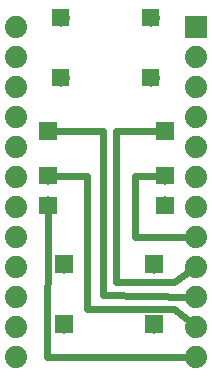
<source format=gtl>
G04 MADE WITH FRITZING*
G04 WWW.FRITZING.ORG*
G04 DOUBLE SIDED*
G04 HOLES PLATED*
G04 CONTOUR ON CENTER OF CONTOUR VECTOR*
%ASAXBY*%
%FSLAX23Y23*%
%MOIN*%
%OFA0B0*%
%SFA1.0B1.0*%
%ADD10C,0.074000*%
%ADD11C,0.059370*%
%ADD12R,0.074000X0.074000*%
%ADD13C,0.024000*%
%ADD14R,0.001000X0.001000*%
%LNCOPPER1*%
G90*
G70*
G54D10*
X63Y1165D03*
X63Y1065D03*
X63Y965D03*
X63Y865D03*
X63Y765D03*
X63Y665D03*
X63Y565D03*
X63Y465D03*
X63Y365D03*
X63Y265D03*
X63Y165D03*
X63Y65D03*
X663Y65D03*
X663Y165D03*
X663Y265D03*
X663Y365D03*
X663Y465D03*
X663Y565D03*
X663Y665D03*
X663Y765D03*
X663Y865D03*
X663Y965D03*
X663Y1065D03*
X663Y1165D03*
X63Y1165D03*
X63Y1065D03*
X63Y965D03*
X63Y865D03*
X63Y765D03*
X63Y665D03*
X63Y565D03*
X63Y465D03*
X63Y365D03*
X63Y265D03*
X63Y165D03*
X63Y65D03*
X663Y65D03*
X663Y165D03*
X663Y265D03*
X663Y365D03*
X663Y465D03*
X663Y565D03*
X663Y665D03*
X663Y765D03*
X663Y865D03*
X663Y965D03*
X663Y1065D03*
X663Y1165D03*
G54D11*
X211Y1195D03*
X511Y1195D03*
X211Y995D03*
X511Y995D03*
X211Y1195D03*
X511Y1195D03*
X211Y995D03*
X511Y995D03*
X222Y373D03*
X522Y373D03*
X222Y173D03*
X522Y173D03*
X222Y373D03*
X522Y373D03*
X222Y173D03*
X522Y173D03*
X169Y570D03*
X169Y669D03*
X169Y819D03*
X558Y819D03*
X558Y669D03*
X558Y570D03*
G54D12*
X663Y1165D03*
X663Y1165D03*
G54D13*
X459Y465D02*
X459Y669D01*
D02*
X459Y669D02*
X535Y669D01*
D02*
X643Y465D02*
X459Y465D01*
D02*
X397Y316D02*
X397Y819D01*
D02*
X397Y819D02*
X535Y819D01*
D02*
X647Y354D02*
X590Y316D01*
D02*
X590Y316D02*
X397Y316D01*
D02*
X352Y272D02*
X352Y819D01*
D02*
X352Y819D02*
X192Y819D01*
D02*
X643Y265D02*
X352Y272D01*
D02*
X300Y669D02*
X192Y669D01*
D02*
X300Y225D02*
X300Y669D01*
D02*
X648Y177D02*
X589Y225D01*
D02*
X589Y225D02*
X300Y225D01*
D02*
X167Y65D02*
X169Y546D01*
D02*
X643Y65D02*
X167Y65D01*
G54D14*
X182Y1225D02*
X240Y1225D01*
X482Y1225D02*
X540Y1225D01*
X182Y1224D02*
X240Y1224D01*
X482Y1224D02*
X540Y1224D01*
X182Y1223D02*
X240Y1223D01*
X482Y1223D02*
X540Y1223D01*
X182Y1222D02*
X240Y1222D01*
X482Y1222D02*
X540Y1222D01*
X182Y1221D02*
X240Y1221D01*
X482Y1221D02*
X540Y1221D01*
X182Y1220D02*
X240Y1220D01*
X482Y1220D02*
X540Y1220D01*
X182Y1219D02*
X240Y1219D01*
X482Y1219D02*
X540Y1219D01*
X182Y1218D02*
X240Y1218D01*
X482Y1218D02*
X540Y1218D01*
X182Y1217D02*
X240Y1217D01*
X482Y1217D02*
X540Y1217D01*
X182Y1216D02*
X240Y1216D01*
X482Y1216D02*
X540Y1216D01*
X182Y1215D02*
X207Y1215D01*
X216Y1215D02*
X240Y1215D01*
X482Y1215D02*
X507Y1215D01*
X516Y1215D02*
X540Y1215D01*
X182Y1214D02*
X203Y1214D01*
X219Y1214D02*
X240Y1214D01*
X482Y1214D02*
X503Y1214D01*
X519Y1214D02*
X540Y1214D01*
X182Y1213D02*
X201Y1213D01*
X221Y1213D02*
X240Y1213D01*
X482Y1213D02*
X501Y1213D01*
X521Y1213D02*
X540Y1213D01*
X182Y1212D02*
X200Y1212D01*
X223Y1212D02*
X240Y1212D01*
X482Y1212D02*
X500Y1212D01*
X523Y1212D02*
X540Y1212D01*
X182Y1211D02*
X198Y1211D01*
X224Y1211D02*
X240Y1211D01*
X482Y1211D02*
X498Y1211D01*
X524Y1211D02*
X540Y1211D01*
X182Y1210D02*
X197Y1210D01*
X225Y1210D02*
X240Y1210D01*
X482Y1210D02*
X497Y1210D01*
X525Y1210D02*
X540Y1210D01*
X182Y1209D02*
X196Y1209D01*
X226Y1209D02*
X240Y1209D01*
X482Y1209D02*
X496Y1209D01*
X526Y1209D02*
X540Y1209D01*
X182Y1208D02*
X195Y1208D01*
X227Y1208D02*
X240Y1208D01*
X482Y1208D02*
X495Y1208D01*
X527Y1208D02*
X540Y1208D01*
X182Y1207D02*
X195Y1207D01*
X228Y1207D02*
X240Y1207D01*
X482Y1207D02*
X495Y1207D01*
X528Y1207D02*
X540Y1207D01*
X182Y1206D02*
X194Y1206D01*
X228Y1206D02*
X240Y1206D01*
X482Y1206D02*
X494Y1206D01*
X528Y1206D02*
X540Y1206D01*
X182Y1205D02*
X193Y1205D01*
X229Y1205D02*
X240Y1205D01*
X482Y1205D02*
X493Y1205D01*
X529Y1205D02*
X540Y1205D01*
X182Y1204D02*
X193Y1204D01*
X230Y1204D02*
X240Y1204D01*
X482Y1204D02*
X493Y1204D01*
X529Y1204D02*
X540Y1204D01*
X182Y1203D02*
X192Y1203D01*
X230Y1203D02*
X240Y1203D01*
X482Y1203D02*
X492Y1203D01*
X530Y1203D02*
X540Y1203D01*
X182Y1202D02*
X192Y1202D01*
X230Y1202D02*
X240Y1202D01*
X482Y1202D02*
X492Y1202D01*
X530Y1202D02*
X540Y1202D01*
X182Y1201D02*
X192Y1201D01*
X231Y1201D02*
X240Y1201D01*
X482Y1201D02*
X492Y1201D01*
X531Y1201D02*
X540Y1201D01*
X182Y1200D02*
X192Y1200D01*
X231Y1200D02*
X240Y1200D01*
X482Y1200D02*
X491Y1200D01*
X531Y1200D02*
X540Y1200D01*
X182Y1199D02*
X191Y1199D01*
X231Y1199D02*
X240Y1199D01*
X482Y1199D02*
X491Y1199D01*
X531Y1199D02*
X540Y1199D01*
X182Y1198D02*
X191Y1198D01*
X231Y1198D02*
X240Y1198D01*
X482Y1198D02*
X491Y1198D01*
X531Y1198D02*
X540Y1198D01*
X182Y1197D02*
X191Y1197D01*
X231Y1197D02*
X240Y1197D01*
X482Y1197D02*
X491Y1197D01*
X531Y1197D02*
X540Y1197D01*
X182Y1196D02*
X191Y1196D01*
X231Y1196D02*
X240Y1196D01*
X482Y1196D02*
X491Y1196D01*
X531Y1196D02*
X540Y1196D01*
X182Y1195D02*
X191Y1195D01*
X231Y1195D02*
X240Y1195D01*
X482Y1195D02*
X491Y1195D01*
X531Y1195D02*
X540Y1195D01*
X182Y1194D02*
X191Y1194D01*
X231Y1194D02*
X240Y1194D01*
X482Y1194D02*
X491Y1194D01*
X531Y1194D02*
X540Y1194D01*
X182Y1193D02*
X191Y1193D01*
X231Y1193D02*
X240Y1193D01*
X482Y1193D02*
X491Y1193D01*
X531Y1193D02*
X540Y1193D01*
X182Y1192D02*
X191Y1192D01*
X231Y1192D02*
X240Y1192D01*
X482Y1192D02*
X491Y1192D01*
X531Y1192D02*
X540Y1192D01*
X182Y1191D02*
X192Y1191D01*
X231Y1191D02*
X240Y1191D01*
X482Y1191D02*
X492Y1191D01*
X531Y1191D02*
X540Y1191D01*
X182Y1190D02*
X192Y1190D01*
X230Y1190D02*
X240Y1190D01*
X482Y1190D02*
X492Y1190D01*
X530Y1190D02*
X540Y1190D01*
X182Y1189D02*
X192Y1189D01*
X230Y1189D02*
X240Y1189D01*
X482Y1189D02*
X492Y1189D01*
X530Y1189D02*
X540Y1189D01*
X182Y1188D02*
X193Y1188D01*
X230Y1188D02*
X240Y1188D01*
X482Y1188D02*
X493Y1188D01*
X530Y1188D02*
X540Y1188D01*
X182Y1187D02*
X193Y1187D01*
X229Y1187D02*
X240Y1187D01*
X482Y1187D02*
X493Y1187D01*
X529Y1187D02*
X540Y1187D01*
X182Y1186D02*
X194Y1186D01*
X229Y1186D02*
X240Y1186D01*
X482Y1186D02*
X494Y1186D01*
X529Y1186D02*
X540Y1186D01*
X182Y1185D02*
X194Y1185D01*
X228Y1185D02*
X240Y1185D01*
X482Y1185D02*
X494Y1185D01*
X528Y1185D02*
X540Y1185D01*
X182Y1184D02*
X195Y1184D01*
X227Y1184D02*
X240Y1184D01*
X482Y1184D02*
X495Y1184D01*
X527Y1184D02*
X540Y1184D01*
X182Y1183D02*
X196Y1183D01*
X227Y1183D02*
X240Y1183D01*
X482Y1183D02*
X496Y1183D01*
X527Y1183D02*
X540Y1183D01*
X182Y1182D02*
X197Y1182D01*
X226Y1182D02*
X240Y1182D01*
X482Y1182D02*
X497Y1182D01*
X526Y1182D02*
X540Y1182D01*
X182Y1181D02*
X198Y1181D01*
X225Y1181D02*
X240Y1181D01*
X482Y1181D02*
X498Y1181D01*
X525Y1181D02*
X540Y1181D01*
X182Y1180D02*
X199Y1180D01*
X223Y1180D02*
X240Y1180D01*
X482Y1180D02*
X499Y1180D01*
X523Y1180D02*
X540Y1180D01*
X182Y1179D02*
X201Y1179D01*
X222Y1179D02*
X240Y1179D01*
X482Y1179D02*
X500Y1179D01*
X522Y1179D02*
X540Y1179D01*
X182Y1178D02*
X202Y1178D01*
X220Y1178D02*
X240Y1178D01*
X482Y1178D02*
X502Y1178D01*
X520Y1178D02*
X540Y1178D01*
X182Y1177D02*
X205Y1177D01*
X217Y1177D02*
X240Y1177D01*
X482Y1177D02*
X505Y1177D01*
X517Y1177D02*
X540Y1177D01*
X182Y1176D02*
X240Y1176D01*
X482Y1176D02*
X540Y1176D01*
X182Y1175D02*
X240Y1175D01*
X482Y1175D02*
X540Y1175D01*
X182Y1174D02*
X240Y1174D01*
X482Y1174D02*
X540Y1174D01*
X182Y1173D02*
X240Y1173D01*
X482Y1173D02*
X540Y1173D01*
X182Y1172D02*
X240Y1172D01*
X482Y1172D02*
X540Y1172D01*
X182Y1171D02*
X240Y1171D01*
X482Y1171D02*
X540Y1171D01*
X182Y1170D02*
X240Y1170D01*
X482Y1170D02*
X540Y1170D01*
X182Y1169D02*
X240Y1169D01*
X482Y1169D02*
X540Y1169D01*
X182Y1168D02*
X240Y1168D01*
X482Y1168D02*
X540Y1168D01*
X182Y1167D02*
X240Y1167D01*
X482Y1167D02*
X540Y1167D01*
X182Y1025D02*
X240Y1025D01*
X482Y1025D02*
X540Y1025D01*
X182Y1024D02*
X240Y1024D01*
X482Y1024D02*
X540Y1024D01*
X182Y1023D02*
X240Y1023D01*
X482Y1023D02*
X540Y1023D01*
X182Y1022D02*
X240Y1022D01*
X482Y1022D02*
X540Y1022D01*
X182Y1021D02*
X240Y1021D01*
X482Y1021D02*
X540Y1021D01*
X182Y1020D02*
X240Y1020D01*
X482Y1020D02*
X540Y1020D01*
X182Y1019D02*
X240Y1019D01*
X482Y1019D02*
X540Y1019D01*
X182Y1018D02*
X240Y1018D01*
X482Y1018D02*
X540Y1018D01*
X182Y1017D02*
X240Y1017D01*
X482Y1017D02*
X540Y1017D01*
X182Y1016D02*
X240Y1016D01*
X482Y1016D02*
X540Y1016D01*
X182Y1015D02*
X207Y1015D01*
X216Y1015D02*
X240Y1015D01*
X482Y1015D02*
X507Y1015D01*
X516Y1015D02*
X540Y1015D01*
X182Y1014D02*
X203Y1014D01*
X219Y1014D02*
X240Y1014D01*
X482Y1014D02*
X503Y1014D01*
X519Y1014D02*
X540Y1014D01*
X182Y1013D02*
X201Y1013D01*
X221Y1013D02*
X240Y1013D01*
X482Y1013D02*
X501Y1013D01*
X521Y1013D02*
X540Y1013D01*
X182Y1012D02*
X200Y1012D01*
X223Y1012D02*
X240Y1012D01*
X482Y1012D02*
X500Y1012D01*
X523Y1012D02*
X540Y1012D01*
X182Y1011D02*
X198Y1011D01*
X224Y1011D02*
X240Y1011D01*
X482Y1011D02*
X498Y1011D01*
X524Y1011D02*
X540Y1011D01*
X182Y1010D02*
X197Y1010D01*
X225Y1010D02*
X240Y1010D01*
X482Y1010D02*
X497Y1010D01*
X525Y1010D02*
X540Y1010D01*
X182Y1009D02*
X196Y1009D01*
X226Y1009D02*
X240Y1009D01*
X482Y1009D02*
X496Y1009D01*
X526Y1009D02*
X540Y1009D01*
X182Y1008D02*
X195Y1008D01*
X227Y1008D02*
X240Y1008D01*
X482Y1008D02*
X495Y1008D01*
X527Y1008D02*
X540Y1008D01*
X182Y1007D02*
X195Y1007D01*
X228Y1007D02*
X240Y1007D01*
X482Y1007D02*
X495Y1007D01*
X528Y1007D02*
X540Y1007D01*
X182Y1006D02*
X194Y1006D01*
X228Y1006D02*
X240Y1006D01*
X482Y1006D02*
X494Y1006D01*
X528Y1006D02*
X540Y1006D01*
X182Y1005D02*
X193Y1005D01*
X229Y1005D02*
X240Y1005D01*
X482Y1005D02*
X493Y1005D01*
X529Y1005D02*
X540Y1005D01*
X182Y1004D02*
X193Y1004D01*
X230Y1004D02*
X240Y1004D01*
X482Y1004D02*
X493Y1004D01*
X529Y1004D02*
X540Y1004D01*
X182Y1003D02*
X192Y1003D01*
X230Y1003D02*
X240Y1003D01*
X482Y1003D02*
X492Y1003D01*
X530Y1003D02*
X540Y1003D01*
X182Y1002D02*
X192Y1002D01*
X230Y1002D02*
X240Y1002D01*
X482Y1002D02*
X492Y1002D01*
X530Y1002D02*
X540Y1002D01*
X182Y1001D02*
X192Y1001D01*
X231Y1001D02*
X240Y1001D01*
X482Y1001D02*
X492Y1001D01*
X531Y1001D02*
X540Y1001D01*
X182Y1000D02*
X192Y1000D01*
X231Y1000D02*
X240Y1000D01*
X482Y1000D02*
X491Y1000D01*
X531Y1000D02*
X540Y1000D01*
X182Y999D02*
X191Y999D01*
X231Y999D02*
X240Y999D01*
X482Y999D02*
X491Y999D01*
X531Y999D02*
X540Y999D01*
X182Y998D02*
X191Y998D01*
X231Y998D02*
X240Y998D01*
X482Y998D02*
X491Y998D01*
X531Y998D02*
X540Y998D01*
X182Y997D02*
X191Y997D01*
X231Y997D02*
X240Y997D01*
X482Y997D02*
X491Y997D01*
X531Y997D02*
X540Y997D01*
X182Y996D02*
X191Y996D01*
X231Y996D02*
X240Y996D01*
X482Y996D02*
X491Y996D01*
X531Y996D02*
X540Y996D01*
X182Y995D02*
X191Y995D01*
X231Y995D02*
X240Y995D01*
X482Y995D02*
X491Y995D01*
X531Y995D02*
X540Y995D01*
X182Y994D02*
X191Y994D01*
X231Y994D02*
X240Y994D01*
X482Y994D02*
X491Y994D01*
X531Y994D02*
X540Y994D01*
X182Y993D02*
X191Y993D01*
X231Y993D02*
X240Y993D01*
X482Y993D02*
X491Y993D01*
X531Y993D02*
X540Y993D01*
X182Y992D02*
X191Y992D01*
X231Y992D02*
X240Y992D01*
X482Y992D02*
X491Y992D01*
X531Y992D02*
X540Y992D01*
X182Y991D02*
X192Y991D01*
X231Y991D02*
X240Y991D01*
X482Y991D02*
X492Y991D01*
X531Y991D02*
X540Y991D01*
X182Y990D02*
X192Y990D01*
X230Y990D02*
X240Y990D01*
X482Y990D02*
X492Y990D01*
X530Y990D02*
X540Y990D01*
X182Y989D02*
X192Y989D01*
X230Y989D02*
X240Y989D01*
X482Y989D02*
X492Y989D01*
X530Y989D02*
X540Y989D01*
X182Y988D02*
X193Y988D01*
X230Y988D02*
X240Y988D01*
X482Y988D02*
X493Y988D01*
X530Y988D02*
X540Y988D01*
X182Y987D02*
X193Y987D01*
X229Y987D02*
X240Y987D01*
X482Y987D02*
X493Y987D01*
X529Y987D02*
X540Y987D01*
X182Y986D02*
X194Y986D01*
X229Y986D02*
X240Y986D01*
X482Y986D02*
X494Y986D01*
X529Y986D02*
X540Y986D01*
X182Y985D02*
X194Y985D01*
X228Y985D02*
X240Y985D01*
X482Y985D02*
X494Y985D01*
X528Y985D02*
X540Y985D01*
X182Y984D02*
X195Y984D01*
X227Y984D02*
X240Y984D01*
X482Y984D02*
X495Y984D01*
X527Y984D02*
X540Y984D01*
X182Y983D02*
X196Y983D01*
X227Y983D02*
X240Y983D01*
X482Y983D02*
X496Y983D01*
X527Y983D02*
X540Y983D01*
X182Y982D02*
X197Y982D01*
X226Y982D02*
X240Y982D01*
X482Y982D02*
X497Y982D01*
X526Y982D02*
X540Y982D01*
X182Y981D02*
X198Y981D01*
X225Y981D02*
X240Y981D01*
X482Y981D02*
X498Y981D01*
X525Y981D02*
X540Y981D01*
X182Y980D02*
X199Y980D01*
X223Y980D02*
X240Y980D01*
X482Y980D02*
X499Y980D01*
X523Y980D02*
X540Y980D01*
X182Y979D02*
X201Y979D01*
X222Y979D02*
X240Y979D01*
X482Y979D02*
X500Y979D01*
X522Y979D02*
X540Y979D01*
X182Y978D02*
X202Y978D01*
X220Y978D02*
X240Y978D01*
X482Y978D02*
X502Y978D01*
X520Y978D02*
X540Y978D01*
X182Y977D02*
X205Y977D01*
X217Y977D02*
X240Y977D01*
X482Y977D02*
X505Y977D01*
X517Y977D02*
X540Y977D01*
X182Y976D02*
X240Y976D01*
X482Y976D02*
X540Y976D01*
X182Y975D02*
X240Y975D01*
X482Y975D02*
X540Y975D01*
X182Y974D02*
X240Y974D01*
X482Y974D02*
X540Y974D01*
X182Y973D02*
X240Y973D01*
X482Y973D02*
X540Y973D01*
X182Y972D02*
X240Y972D01*
X482Y972D02*
X540Y972D01*
X182Y971D02*
X240Y971D01*
X482Y971D02*
X540Y971D01*
X182Y970D02*
X240Y970D01*
X482Y970D02*
X540Y970D01*
X182Y969D02*
X240Y969D01*
X482Y969D02*
X540Y969D01*
X182Y968D02*
X240Y968D01*
X482Y968D02*
X540Y968D01*
X182Y967D02*
X240Y967D01*
X482Y967D02*
X540Y967D01*
X140Y849D02*
X198Y849D01*
X530Y849D02*
X588Y849D01*
X140Y848D02*
X198Y848D01*
X529Y848D02*
X588Y848D01*
X140Y847D02*
X198Y847D01*
X529Y847D02*
X588Y847D01*
X140Y846D02*
X198Y846D01*
X529Y846D02*
X588Y846D01*
X140Y845D02*
X198Y845D01*
X529Y845D02*
X588Y845D01*
X140Y844D02*
X198Y844D01*
X529Y844D02*
X588Y844D01*
X140Y843D02*
X198Y843D01*
X529Y843D02*
X588Y843D01*
X140Y842D02*
X198Y842D01*
X529Y842D02*
X588Y842D01*
X140Y841D02*
X198Y841D01*
X529Y841D02*
X588Y841D01*
X140Y840D02*
X198Y840D01*
X529Y840D02*
X588Y840D01*
X140Y839D02*
X167Y839D01*
X171Y839D02*
X198Y839D01*
X529Y839D02*
X556Y839D01*
X561Y839D02*
X588Y839D01*
X140Y838D02*
X162Y838D01*
X176Y838D02*
X198Y838D01*
X529Y838D02*
X552Y838D01*
X566Y838D02*
X588Y838D01*
X140Y837D02*
X160Y837D01*
X178Y837D02*
X198Y837D01*
X529Y837D02*
X549Y837D01*
X568Y837D02*
X588Y837D01*
X140Y836D02*
X158Y836D01*
X180Y836D02*
X198Y836D01*
X529Y836D02*
X548Y836D01*
X570Y836D02*
X588Y836D01*
X140Y835D02*
X157Y835D01*
X182Y835D02*
X198Y835D01*
X529Y835D02*
X546Y835D01*
X571Y835D02*
X588Y835D01*
X140Y834D02*
X155Y834D01*
X183Y834D02*
X198Y834D01*
X529Y834D02*
X545Y834D01*
X572Y834D02*
X588Y834D01*
X140Y833D02*
X154Y833D01*
X184Y833D02*
X198Y833D01*
X529Y833D02*
X544Y833D01*
X573Y833D02*
X588Y833D01*
X140Y832D02*
X153Y832D01*
X185Y832D02*
X198Y832D01*
X529Y832D02*
X543Y832D01*
X574Y832D02*
X588Y832D01*
X140Y831D02*
X153Y831D01*
X185Y831D02*
X198Y831D01*
X529Y831D02*
X542Y831D01*
X575Y831D02*
X588Y831D01*
X140Y830D02*
X152Y830D01*
X186Y830D02*
X198Y830D01*
X529Y830D02*
X542Y830D01*
X576Y830D02*
X588Y830D01*
X140Y829D02*
X151Y829D01*
X187Y829D02*
X198Y829D01*
X529Y829D02*
X541Y829D01*
X576Y829D02*
X588Y829D01*
X140Y828D02*
X151Y828D01*
X187Y828D02*
X198Y828D01*
X529Y828D02*
X540Y828D01*
X577Y828D02*
X588Y828D01*
X140Y827D02*
X150Y827D01*
X188Y827D02*
X198Y827D01*
X529Y827D02*
X540Y827D01*
X577Y827D02*
X588Y827D01*
X140Y826D02*
X150Y826D01*
X188Y826D02*
X198Y826D01*
X529Y826D02*
X540Y826D01*
X578Y826D02*
X588Y826D01*
X140Y825D02*
X150Y825D01*
X188Y825D02*
X198Y825D01*
X529Y825D02*
X539Y825D01*
X578Y825D02*
X588Y825D01*
X140Y824D02*
X149Y824D01*
X189Y824D02*
X198Y824D01*
X529Y824D02*
X539Y824D01*
X578Y824D02*
X588Y824D01*
X140Y823D02*
X149Y823D01*
X189Y823D02*
X198Y823D01*
X529Y823D02*
X539Y823D01*
X578Y823D02*
X588Y823D01*
X140Y822D02*
X149Y822D01*
X189Y822D02*
X198Y822D01*
X529Y822D02*
X539Y822D01*
X579Y822D02*
X588Y822D01*
X140Y821D02*
X149Y821D01*
X189Y821D02*
X198Y821D01*
X529Y821D02*
X539Y821D01*
X579Y821D02*
X588Y821D01*
X140Y820D02*
X149Y820D01*
X189Y820D02*
X198Y820D01*
X529Y820D02*
X539Y820D01*
X579Y820D02*
X588Y820D01*
X140Y819D02*
X149Y819D01*
X189Y819D02*
X198Y819D01*
X529Y819D02*
X539Y819D01*
X579Y819D02*
X588Y819D01*
X140Y818D02*
X149Y818D01*
X189Y818D02*
X198Y818D01*
X529Y818D02*
X539Y818D01*
X579Y818D02*
X588Y818D01*
X140Y817D02*
X149Y817D01*
X189Y817D02*
X198Y817D01*
X529Y817D02*
X539Y817D01*
X579Y817D02*
X588Y817D01*
X140Y816D02*
X149Y816D01*
X189Y816D02*
X198Y816D01*
X529Y816D02*
X539Y816D01*
X578Y816D02*
X588Y816D01*
X140Y815D02*
X149Y815D01*
X189Y815D02*
X198Y815D01*
X529Y815D02*
X539Y815D01*
X578Y815D02*
X588Y815D01*
X140Y814D02*
X150Y814D01*
X188Y814D02*
X198Y814D01*
X529Y814D02*
X539Y814D01*
X578Y814D02*
X588Y814D01*
X140Y813D02*
X150Y813D01*
X188Y813D02*
X198Y813D01*
X529Y813D02*
X540Y813D01*
X578Y813D02*
X588Y813D01*
X140Y812D02*
X150Y812D01*
X188Y812D02*
X198Y812D01*
X529Y812D02*
X540Y812D01*
X577Y812D02*
X588Y812D01*
X140Y811D02*
X151Y811D01*
X187Y811D02*
X198Y811D01*
X529Y811D02*
X540Y811D01*
X577Y811D02*
X588Y811D01*
X140Y810D02*
X151Y810D01*
X187Y810D02*
X198Y810D01*
X529Y810D02*
X541Y810D01*
X576Y810D02*
X588Y810D01*
X140Y809D02*
X152Y809D01*
X186Y809D02*
X198Y809D01*
X529Y809D02*
X542Y809D01*
X576Y809D02*
X588Y809D01*
X140Y808D02*
X153Y808D01*
X185Y808D02*
X198Y808D01*
X529Y808D02*
X542Y808D01*
X575Y808D02*
X588Y808D01*
X140Y807D02*
X153Y807D01*
X185Y807D02*
X198Y807D01*
X529Y807D02*
X543Y807D01*
X574Y807D02*
X588Y807D01*
X140Y806D02*
X154Y806D01*
X184Y806D02*
X198Y806D01*
X529Y806D02*
X544Y806D01*
X573Y806D02*
X588Y806D01*
X140Y805D02*
X155Y805D01*
X183Y805D02*
X198Y805D01*
X529Y805D02*
X545Y805D01*
X572Y805D02*
X588Y805D01*
X140Y804D02*
X157Y804D01*
X182Y804D02*
X198Y804D01*
X529Y804D02*
X546Y804D01*
X571Y804D02*
X588Y804D01*
X140Y803D02*
X158Y803D01*
X180Y803D02*
X198Y803D01*
X529Y803D02*
X548Y803D01*
X570Y803D02*
X588Y803D01*
X140Y802D02*
X160Y802D01*
X178Y802D02*
X198Y802D01*
X529Y802D02*
X549Y802D01*
X568Y802D02*
X588Y802D01*
X140Y801D02*
X162Y801D01*
X176Y801D02*
X198Y801D01*
X529Y801D02*
X552Y801D01*
X566Y801D02*
X588Y801D01*
X140Y800D02*
X167Y800D01*
X171Y800D02*
X198Y800D01*
X529Y800D02*
X556Y800D01*
X561Y800D02*
X588Y800D01*
X140Y799D02*
X198Y799D01*
X529Y799D02*
X588Y799D01*
X140Y798D02*
X198Y798D01*
X529Y798D02*
X588Y798D01*
X140Y797D02*
X198Y797D01*
X529Y797D02*
X588Y797D01*
X140Y796D02*
X198Y796D01*
X529Y796D02*
X588Y796D01*
X140Y795D02*
X198Y795D01*
X529Y795D02*
X588Y795D01*
X140Y794D02*
X198Y794D01*
X529Y794D02*
X588Y794D01*
X140Y793D02*
X198Y793D01*
X529Y793D02*
X588Y793D01*
X140Y792D02*
X198Y792D01*
X529Y792D02*
X588Y792D01*
X140Y791D02*
X198Y791D01*
X529Y791D02*
X588Y791D01*
X140Y790D02*
X198Y790D01*
X530Y790D02*
X588Y790D01*
X140Y699D02*
X198Y699D01*
X529Y699D02*
X588Y699D01*
X140Y698D02*
X198Y698D01*
X529Y698D02*
X588Y698D01*
X140Y697D02*
X198Y697D01*
X529Y697D02*
X588Y697D01*
X140Y696D02*
X198Y696D01*
X529Y696D02*
X588Y696D01*
X140Y695D02*
X198Y695D01*
X529Y695D02*
X588Y695D01*
X140Y694D02*
X198Y694D01*
X529Y694D02*
X588Y694D01*
X140Y693D02*
X198Y693D01*
X529Y693D02*
X588Y693D01*
X140Y692D02*
X198Y692D01*
X529Y692D02*
X588Y692D01*
X140Y691D02*
X198Y691D01*
X529Y691D02*
X588Y691D01*
X140Y690D02*
X198Y690D01*
X529Y690D02*
X588Y690D01*
X140Y689D02*
X164Y689D01*
X174Y689D02*
X198Y689D01*
X529Y689D02*
X554Y689D01*
X564Y689D02*
X588Y689D01*
X140Y688D02*
X161Y688D01*
X177Y688D02*
X198Y688D01*
X529Y688D02*
X550Y688D01*
X567Y688D02*
X588Y688D01*
X140Y687D02*
X159Y687D01*
X179Y687D02*
X198Y687D01*
X529Y687D02*
X549Y687D01*
X569Y687D02*
X588Y687D01*
X140Y686D02*
X157Y686D01*
X181Y686D02*
X198Y686D01*
X529Y686D02*
X547Y686D01*
X570Y686D02*
X588Y686D01*
X140Y685D02*
X156Y685D01*
X182Y685D02*
X198Y685D01*
X529Y685D02*
X546Y685D01*
X572Y685D02*
X588Y685D01*
X140Y684D02*
X155Y684D01*
X183Y684D02*
X198Y684D01*
X529Y684D02*
X544Y684D01*
X573Y684D02*
X588Y684D01*
X140Y683D02*
X154Y683D01*
X184Y683D02*
X198Y683D01*
X529Y683D02*
X544Y683D01*
X574Y683D02*
X588Y683D01*
X140Y682D02*
X153Y682D01*
X185Y682D02*
X198Y682D01*
X529Y682D02*
X543Y682D01*
X575Y682D02*
X588Y682D01*
X140Y681D02*
X152Y681D01*
X186Y681D02*
X198Y681D01*
X529Y681D02*
X542Y681D01*
X575Y681D02*
X588Y681D01*
X140Y680D02*
X152Y680D01*
X186Y680D02*
X198Y680D01*
X529Y680D02*
X541Y680D01*
X576Y680D02*
X588Y680D01*
X140Y679D02*
X151Y679D01*
X187Y679D02*
X198Y679D01*
X529Y679D02*
X541Y679D01*
X577Y679D02*
X588Y679D01*
X140Y678D02*
X151Y678D01*
X187Y678D02*
X198Y678D01*
X529Y678D02*
X540Y678D01*
X577Y678D02*
X588Y678D01*
X140Y677D02*
X150Y677D01*
X188Y677D02*
X198Y677D01*
X529Y677D02*
X540Y677D01*
X577Y677D02*
X588Y677D01*
X140Y676D02*
X150Y676D01*
X188Y676D02*
X198Y676D01*
X529Y676D02*
X540Y676D01*
X578Y676D02*
X588Y676D01*
X140Y675D02*
X150Y675D01*
X188Y675D02*
X198Y675D01*
X529Y675D02*
X539Y675D01*
X578Y675D02*
X588Y675D01*
X140Y674D02*
X149Y674D01*
X189Y674D02*
X198Y674D01*
X529Y674D02*
X539Y674D01*
X578Y674D02*
X588Y674D01*
X140Y673D02*
X149Y673D01*
X189Y673D02*
X198Y673D01*
X529Y673D02*
X539Y673D01*
X579Y673D02*
X588Y673D01*
X140Y672D02*
X149Y672D01*
X189Y672D02*
X198Y672D01*
X529Y672D02*
X539Y672D01*
X579Y672D02*
X588Y672D01*
X140Y671D02*
X149Y671D01*
X189Y671D02*
X198Y671D01*
X529Y671D02*
X539Y671D01*
X579Y671D02*
X588Y671D01*
X140Y670D02*
X149Y670D01*
X189Y670D02*
X198Y670D01*
X529Y670D02*
X539Y670D01*
X579Y670D02*
X588Y670D01*
X140Y669D02*
X149Y669D01*
X189Y669D02*
X198Y669D01*
X529Y669D02*
X539Y669D01*
X579Y669D02*
X588Y669D01*
X140Y668D02*
X149Y668D01*
X189Y668D02*
X198Y668D01*
X529Y668D02*
X539Y668D01*
X579Y668D02*
X588Y668D01*
X140Y667D02*
X149Y667D01*
X189Y667D02*
X198Y667D01*
X529Y667D02*
X539Y667D01*
X579Y667D02*
X588Y667D01*
X140Y666D02*
X149Y666D01*
X189Y666D02*
X198Y666D01*
X529Y666D02*
X539Y666D01*
X578Y666D02*
X588Y666D01*
X140Y665D02*
X150Y665D01*
X188Y665D02*
X198Y665D01*
X529Y665D02*
X539Y665D01*
X578Y665D02*
X588Y665D01*
X140Y664D02*
X150Y664D01*
X188Y664D02*
X198Y664D01*
X529Y664D02*
X539Y664D01*
X578Y664D02*
X588Y664D01*
X140Y663D02*
X150Y663D01*
X188Y663D02*
X198Y663D01*
X529Y663D02*
X540Y663D01*
X578Y663D02*
X588Y663D01*
X140Y662D02*
X151Y662D01*
X188Y662D02*
X198Y662D01*
X529Y662D02*
X540Y662D01*
X577Y662D02*
X588Y662D01*
X140Y661D02*
X151Y661D01*
X187Y661D02*
X198Y661D01*
X529Y661D02*
X541Y661D01*
X577Y661D02*
X588Y661D01*
X140Y660D02*
X152Y660D01*
X186Y660D02*
X198Y660D01*
X529Y660D02*
X541Y660D01*
X576Y660D02*
X588Y660D01*
X140Y659D02*
X152Y659D01*
X186Y659D02*
X198Y659D01*
X529Y659D02*
X542Y659D01*
X575Y659D02*
X588Y659D01*
X140Y658D02*
X153Y658D01*
X185Y658D02*
X198Y658D01*
X529Y658D02*
X543Y658D01*
X575Y658D02*
X588Y658D01*
X140Y657D02*
X154Y657D01*
X184Y657D02*
X198Y657D01*
X529Y657D02*
X543Y657D01*
X574Y657D02*
X588Y657D01*
X140Y656D02*
X155Y656D01*
X183Y656D02*
X198Y656D01*
X529Y656D02*
X544Y656D01*
X573Y656D02*
X588Y656D01*
X140Y655D02*
X156Y655D01*
X182Y655D02*
X198Y655D01*
X529Y655D02*
X545Y655D01*
X572Y655D02*
X588Y655D01*
X140Y654D02*
X157Y654D01*
X181Y654D02*
X198Y654D01*
X529Y654D02*
X547Y654D01*
X571Y654D02*
X588Y654D01*
X140Y653D02*
X159Y653D01*
X179Y653D02*
X198Y653D01*
X529Y653D02*
X548Y653D01*
X569Y653D02*
X588Y653D01*
X140Y652D02*
X160Y652D01*
X178Y652D02*
X198Y652D01*
X529Y652D02*
X550Y652D01*
X567Y652D02*
X588Y652D01*
X140Y651D02*
X163Y651D01*
X175Y651D02*
X198Y651D01*
X529Y651D02*
X553Y651D01*
X564Y651D02*
X588Y651D01*
X140Y650D02*
X198Y650D01*
X529Y650D02*
X588Y650D01*
X140Y649D02*
X198Y649D01*
X529Y649D02*
X588Y649D01*
X140Y648D02*
X198Y648D01*
X529Y648D02*
X588Y648D01*
X140Y647D02*
X198Y647D01*
X529Y647D02*
X588Y647D01*
X140Y646D02*
X198Y646D01*
X529Y646D02*
X588Y646D01*
X140Y645D02*
X198Y645D01*
X529Y645D02*
X588Y645D01*
X140Y644D02*
X198Y644D01*
X529Y644D02*
X588Y644D01*
X140Y643D02*
X198Y643D01*
X529Y643D02*
X588Y643D01*
X140Y642D02*
X198Y642D01*
X529Y642D02*
X588Y642D01*
X140Y641D02*
X198Y641D01*
X529Y641D02*
X588Y641D01*
X140Y599D02*
X198Y599D01*
X529Y599D02*
X588Y599D01*
X140Y598D02*
X198Y598D01*
X529Y598D02*
X588Y598D01*
X140Y597D02*
X198Y597D01*
X529Y597D02*
X588Y597D01*
X140Y596D02*
X198Y596D01*
X529Y596D02*
X588Y596D01*
X140Y595D02*
X198Y595D01*
X529Y595D02*
X588Y595D01*
X140Y594D02*
X198Y594D01*
X529Y594D02*
X588Y594D01*
X140Y593D02*
X198Y593D01*
X529Y593D02*
X588Y593D01*
X140Y592D02*
X198Y592D01*
X529Y592D02*
X588Y592D01*
X140Y591D02*
X198Y591D01*
X529Y591D02*
X588Y591D01*
X140Y590D02*
X198Y590D01*
X529Y590D02*
X588Y590D01*
X140Y589D02*
X163Y589D01*
X175Y589D02*
X198Y589D01*
X529Y589D02*
X553Y589D01*
X564Y589D02*
X588Y589D01*
X140Y588D02*
X160Y588D01*
X178Y588D02*
X198Y588D01*
X529Y588D02*
X550Y588D01*
X567Y588D02*
X588Y588D01*
X140Y587D02*
X158Y587D01*
X180Y587D02*
X198Y587D01*
X529Y587D02*
X548Y587D01*
X569Y587D02*
X588Y587D01*
X140Y586D02*
X157Y586D01*
X181Y586D02*
X198Y586D01*
X529Y586D02*
X547Y586D01*
X571Y586D02*
X588Y586D01*
X140Y585D02*
X156Y585D01*
X182Y585D02*
X198Y585D01*
X529Y585D02*
X545Y585D01*
X572Y585D02*
X588Y585D01*
X140Y584D02*
X155Y584D01*
X183Y584D02*
X198Y584D01*
X529Y584D02*
X544Y584D01*
X573Y584D02*
X588Y584D01*
X140Y583D02*
X154Y583D01*
X184Y583D02*
X198Y583D01*
X529Y583D02*
X543Y583D01*
X574Y583D02*
X588Y583D01*
X140Y582D02*
X153Y582D01*
X185Y582D02*
X198Y582D01*
X529Y582D02*
X543Y582D01*
X575Y582D02*
X588Y582D01*
X140Y581D02*
X152Y581D01*
X186Y581D02*
X198Y581D01*
X529Y581D02*
X542Y581D01*
X576Y581D02*
X588Y581D01*
X140Y580D02*
X152Y580D01*
X186Y580D02*
X198Y580D01*
X529Y580D02*
X541Y580D01*
X576Y580D02*
X588Y580D01*
X140Y579D02*
X151Y579D01*
X187Y579D02*
X198Y579D01*
X529Y579D02*
X541Y579D01*
X577Y579D02*
X588Y579D01*
X140Y578D02*
X151Y578D01*
X188Y578D02*
X198Y578D01*
X529Y578D02*
X540Y578D01*
X577Y578D02*
X588Y578D01*
X140Y577D02*
X150Y577D01*
X188Y577D02*
X198Y577D01*
X529Y577D02*
X540Y577D01*
X578Y577D02*
X588Y577D01*
X140Y576D02*
X150Y576D01*
X188Y576D02*
X198Y576D01*
X529Y576D02*
X539Y576D01*
X578Y576D02*
X588Y576D01*
X140Y575D02*
X150Y575D01*
X189Y575D02*
X198Y575D01*
X529Y575D02*
X539Y575D01*
X578Y575D02*
X588Y575D01*
X140Y574D02*
X149Y574D01*
X189Y574D02*
X198Y574D01*
X529Y574D02*
X539Y574D01*
X578Y574D02*
X588Y574D01*
X140Y573D02*
X149Y573D01*
X189Y573D02*
X198Y573D01*
X529Y573D02*
X539Y573D01*
X579Y573D02*
X588Y573D01*
X140Y572D02*
X149Y572D01*
X189Y572D02*
X198Y572D01*
X529Y572D02*
X539Y572D01*
X579Y572D02*
X588Y572D01*
X140Y571D02*
X149Y571D01*
X189Y571D02*
X198Y571D01*
X529Y571D02*
X539Y571D01*
X579Y571D02*
X588Y571D01*
X140Y570D02*
X149Y570D01*
X189Y570D02*
X198Y570D01*
X529Y570D02*
X539Y570D01*
X579Y570D02*
X588Y570D01*
X140Y569D02*
X149Y569D01*
X189Y569D02*
X198Y569D01*
X529Y569D02*
X539Y569D01*
X579Y569D02*
X588Y569D01*
X140Y568D02*
X149Y568D01*
X189Y568D02*
X198Y568D01*
X529Y568D02*
X539Y568D01*
X579Y568D02*
X588Y568D01*
X140Y567D02*
X149Y567D01*
X189Y567D02*
X198Y567D01*
X529Y567D02*
X539Y567D01*
X579Y567D02*
X588Y567D01*
X140Y566D02*
X149Y566D01*
X189Y566D02*
X198Y566D01*
X529Y566D02*
X539Y566D01*
X578Y566D02*
X588Y566D01*
X140Y565D02*
X150Y565D01*
X188Y565D02*
X198Y565D01*
X529Y565D02*
X539Y565D01*
X578Y565D02*
X588Y565D01*
X140Y564D02*
X150Y564D01*
X188Y564D02*
X198Y564D01*
X529Y564D02*
X540Y564D01*
X578Y564D02*
X588Y564D01*
X140Y563D02*
X150Y563D01*
X188Y563D02*
X198Y563D01*
X529Y563D02*
X540Y563D01*
X577Y563D02*
X588Y563D01*
X140Y562D02*
X151Y562D01*
X187Y562D02*
X198Y562D01*
X529Y562D02*
X540Y562D01*
X577Y562D02*
X588Y562D01*
X140Y561D02*
X151Y561D01*
X187Y561D02*
X198Y561D01*
X529Y561D02*
X541Y561D01*
X576Y561D02*
X588Y561D01*
X140Y560D02*
X152Y560D01*
X186Y560D02*
X198Y560D01*
X529Y560D02*
X541Y560D01*
X576Y560D02*
X588Y560D01*
X140Y559D02*
X152Y559D01*
X186Y559D02*
X198Y559D01*
X529Y559D02*
X542Y559D01*
X575Y559D02*
X588Y559D01*
X140Y558D02*
X153Y558D01*
X185Y558D02*
X198Y558D01*
X529Y558D02*
X543Y558D01*
X575Y558D02*
X588Y558D01*
X140Y557D02*
X154Y557D01*
X184Y557D02*
X198Y557D01*
X529Y557D02*
X544Y557D01*
X574Y557D02*
X588Y557D01*
X140Y556D02*
X155Y556D01*
X183Y556D02*
X198Y556D01*
X529Y556D02*
X545Y556D01*
X573Y556D02*
X588Y556D01*
X140Y555D02*
X156Y555D01*
X182Y555D02*
X198Y555D01*
X529Y555D02*
X546Y555D01*
X572Y555D02*
X588Y555D01*
X140Y554D02*
X157Y554D01*
X181Y554D02*
X198Y554D01*
X529Y554D02*
X547Y554D01*
X570Y554D02*
X588Y554D01*
X140Y553D02*
X159Y553D01*
X179Y553D02*
X198Y553D01*
X529Y553D02*
X549Y553D01*
X569Y553D02*
X588Y553D01*
X140Y552D02*
X161Y552D01*
X177Y552D02*
X198Y552D01*
X529Y552D02*
X551Y552D01*
X567Y552D02*
X588Y552D01*
X140Y551D02*
X164Y551D01*
X174Y551D02*
X198Y551D01*
X529Y551D02*
X554Y551D01*
X564Y551D02*
X588Y551D01*
X140Y550D02*
X198Y550D01*
X529Y550D02*
X588Y550D01*
X140Y549D02*
X198Y549D01*
X529Y549D02*
X588Y549D01*
X140Y548D02*
X198Y548D01*
X529Y548D02*
X588Y548D01*
X140Y547D02*
X198Y547D01*
X529Y547D02*
X588Y547D01*
X140Y546D02*
X198Y546D01*
X529Y546D02*
X588Y546D01*
X140Y545D02*
X198Y545D01*
X529Y545D02*
X588Y545D01*
X140Y544D02*
X198Y544D01*
X529Y544D02*
X588Y544D01*
X140Y543D02*
X198Y543D01*
X529Y543D02*
X588Y543D01*
X140Y542D02*
X198Y542D01*
X529Y542D02*
X588Y542D01*
X140Y541D02*
X198Y541D01*
X529Y541D02*
X588Y541D01*
X193Y403D02*
X251Y403D01*
X493Y403D02*
X551Y403D01*
X193Y402D02*
X251Y402D01*
X493Y402D02*
X551Y402D01*
X193Y401D02*
X251Y401D01*
X493Y401D02*
X551Y401D01*
X193Y400D02*
X251Y400D01*
X493Y400D02*
X551Y400D01*
X193Y399D02*
X251Y399D01*
X493Y399D02*
X551Y399D01*
X193Y398D02*
X251Y398D01*
X493Y398D02*
X551Y398D01*
X193Y397D02*
X251Y397D01*
X493Y397D02*
X551Y397D01*
X193Y396D02*
X251Y396D01*
X493Y396D02*
X551Y396D01*
X193Y395D02*
X251Y395D01*
X493Y395D02*
X551Y395D01*
X193Y394D02*
X251Y394D01*
X493Y394D02*
X551Y394D01*
X193Y393D02*
X220Y393D01*
X224Y393D02*
X251Y393D01*
X493Y393D02*
X520Y393D01*
X524Y393D02*
X551Y393D01*
X193Y392D02*
X215Y392D01*
X229Y392D02*
X251Y392D01*
X493Y392D02*
X515Y392D01*
X529Y392D02*
X551Y392D01*
X193Y391D02*
X213Y391D01*
X231Y391D02*
X251Y391D01*
X493Y391D02*
X513Y391D01*
X531Y391D02*
X551Y391D01*
X193Y390D02*
X211Y390D01*
X233Y390D02*
X251Y390D01*
X493Y390D02*
X511Y390D01*
X533Y390D02*
X551Y390D01*
X193Y389D02*
X210Y389D01*
X235Y389D02*
X251Y389D01*
X493Y389D02*
X510Y389D01*
X535Y389D02*
X551Y389D01*
X193Y388D02*
X209Y388D01*
X236Y388D02*
X251Y388D01*
X493Y388D02*
X509Y388D01*
X536Y388D02*
X551Y388D01*
X193Y387D02*
X208Y387D01*
X237Y387D02*
X251Y387D01*
X493Y387D02*
X507Y387D01*
X537Y387D02*
X551Y387D01*
X193Y386D02*
X207Y386D01*
X238Y386D02*
X251Y386D01*
X493Y386D02*
X507Y386D01*
X538Y386D02*
X551Y386D01*
X193Y385D02*
X206Y385D01*
X239Y385D02*
X251Y385D01*
X493Y385D02*
X506Y385D01*
X539Y385D02*
X551Y385D01*
X193Y384D02*
X205Y384D01*
X239Y384D02*
X251Y384D01*
X493Y384D02*
X505Y384D01*
X539Y384D02*
X551Y384D01*
X193Y383D02*
X205Y383D01*
X240Y383D02*
X251Y383D01*
X493Y383D02*
X505Y383D01*
X540Y383D02*
X551Y383D01*
X193Y382D02*
X204Y382D01*
X240Y382D02*
X251Y382D01*
X493Y382D02*
X504Y382D01*
X540Y382D02*
X551Y382D01*
X193Y381D02*
X204Y381D01*
X241Y381D02*
X251Y381D01*
X493Y381D02*
X504Y381D01*
X541Y381D02*
X551Y381D01*
X193Y380D02*
X203Y380D01*
X241Y380D02*
X251Y380D01*
X493Y380D02*
X503Y380D01*
X541Y380D02*
X551Y380D01*
X193Y379D02*
X203Y379D01*
X242Y379D02*
X251Y379D01*
X493Y379D02*
X503Y379D01*
X541Y379D02*
X551Y379D01*
X193Y378D02*
X203Y378D01*
X242Y378D02*
X251Y378D01*
X493Y378D02*
X503Y378D01*
X542Y378D02*
X551Y378D01*
X193Y377D02*
X202Y377D01*
X242Y377D02*
X251Y377D01*
X493Y377D02*
X502Y377D01*
X542Y377D02*
X551Y377D01*
X193Y376D02*
X202Y376D01*
X242Y376D02*
X251Y376D01*
X493Y376D02*
X502Y376D01*
X542Y376D02*
X551Y376D01*
X193Y375D02*
X202Y375D01*
X242Y375D02*
X251Y375D01*
X493Y375D02*
X502Y375D01*
X542Y375D02*
X551Y375D01*
X193Y374D02*
X202Y374D01*
X242Y374D02*
X251Y374D01*
X493Y374D02*
X502Y374D01*
X542Y374D02*
X551Y374D01*
X193Y373D02*
X202Y373D01*
X242Y373D02*
X251Y373D01*
X493Y373D02*
X502Y373D01*
X542Y373D02*
X551Y373D01*
X193Y372D02*
X202Y372D01*
X242Y372D02*
X251Y372D01*
X493Y372D02*
X502Y372D01*
X542Y372D02*
X551Y372D01*
X193Y371D02*
X202Y371D01*
X242Y371D02*
X251Y371D01*
X493Y371D02*
X502Y371D01*
X542Y371D02*
X551Y371D01*
X193Y370D02*
X202Y370D01*
X242Y370D02*
X251Y370D01*
X493Y370D02*
X502Y370D01*
X542Y370D02*
X551Y370D01*
X193Y369D02*
X203Y369D01*
X242Y369D02*
X251Y369D01*
X493Y369D02*
X503Y369D01*
X542Y369D02*
X551Y369D01*
X193Y368D02*
X203Y368D01*
X242Y368D02*
X251Y368D01*
X493Y368D02*
X503Y368D01*
X541Y368D02*
X551Y368D01*
X193Y367D02*
X203Y367D01*
X241Y367D02*
X251Y367D01*
X493Y367D02*
X503Y367D01*
X541Y367D02*
X551Y367D01*
X193Y366D02*
X204Y366D01*
X241Y366D02*
X251Y366D01*
X493Y366D02*
X503Y366D01*
X541Y366D02*
X551Y366D01*
X193Y365D02*
X204Y365D01*
X240Y365D02*
X251Y365D01*
X493Y365D02*
X504Y365D01*
X540Y365D02*
X551Y365D01*
X193Y364D02*
X205Y364D01*
X240Y364D02*
X251Y364D01*
X493Y364D02*
X504Y364D01*
X540Y364D02*
X551Y364D01*
X193Y363D02*
X205Y363D01*
X239Y363D02*
X251Y363D01*
X493Y363D02*
X505Y363D01*
X539Y363D02*
X551Y363D01*
X193Y362D02*
X206Y362D01*
X239Y362D02*
X251Y362D01*
X493Y362D02*
X506Y362D01*
X539Y362D02*
X551Y362D01*
X193Y361D02*
X207Y361D01*
X238Y361D02*
X251Y361D01*
X493Y361D02*
X507Y361D01*
X538Y361D02*
X551Y361D01*
X193Y360D02*
X207Y360D01*
X237Y360D02*
X251Y360D01*
X493Y360D02*
X507Y360D01*
X537Y360D02*
X551Y360D01*
X193Y359D02*
X208Y359D01*
X236Y359D02*
X251Y359D01*
X493Y359D02*
X508Y359D01*
X536Y359D02*
X551Y359D01*
X193Y358D02*
X210Y358D01*
X235Y358D02*
X251Y358D01*
X493Y358D02*
X510Y358D01*
X535Y358D02*
X551Y358D01*
X193Y357D02*
X211Y357D01*
X233Y357D02*
X251Y357D01*
X493Y357D02*
X511Y357D01*
X533Y357D02*
X551Y357D01*
X193Y356D02*
X213Y356D01*
X232Y356D02*
X251Y356D01*
X493Y356D02*
X513Y356D01*
X532Y356D02*
X551Y356D01*
X193Y355D02*
X215Y355D01*
X229Y355D02*
X251Y355D01*
X493Y355D02*
X515Y355D01*
X529Y355D02*
X551Y355D01*
X193Y354D02*
X219Y354D01*
X225Y354D02*
X251Y354D01*
X493Y354D02*
X519Y354D01*
X525Y354D02*
X551Y354D01*
X193Y353D02*
X251Y353D01*
X493Y353D02*
X551Y353D01*
X193Y352D02*
X251Y352D01*
X493Y352D02*
X551Y352D01*
X193Y351D02*
X251Y351D01*
X493Y351D02*
X551Y351D01*
X193Y350D02*
X251Y350D01*
X493Y350D02*
X551Y350D01*
X193Y349D02*
X251Y349D01*
X493Y349D02*
X551Y349D01*
X193Y348D02*
X251Y348D01*
X493Y348D02*
X551Y348D01*
X193Y347D02*
X251Y347D01*
X493Y347D02*
X551Y347D01*
X193Y346D02*
X251Y346D01*
X493Y346D02*
X551Y346D01*
X193Y345D02*
X251Y345D01*
X493Y345D02*
X551Y345D01*
X193Y344D02*
X251Y344D01*
X493Y344D02*
X551Y344D01*
X193Y203D02*
X251Y203D01*
X493Y203D02*
X551Y203D01*
X193Y202D02*
X251Y202D01*
X493Y202D02*
X551Y202D01*
X193Y201D02*
X251Y201D01*
X493Y201D02*
X551Y201D01*
X193Y200D02*
X251Y200D01*
X493Y200D02*
X551Y200D01*
X193Y199D02*
X251Y199D01*
X493Y199D02*
X551Y199D01*
X193Y198D02*
X251Y198D01*
X493Y198D02*
X551Y198D01*
X193Y197D02*
X251Y197D01*
X493Y197D02*
X551Y197D01*
X193Y196D02*
X251Y196D01*
X493Y196D02*
X551Y196D01*
X193Y195D02*
X251Y195D01*
X493Y195D02*
X551Y195D01*
X193Y194D02*
X251Y194D01*
X493Y194D02*
X551Y194D01*
X193Y193D02*
X220Y193D01*
X224Y193D02*
X251Y193D01*
X493Y193D02*
X520Y193D01*
X524Y193D02*
X551Y193D01*
X193Y192D02*
X215Y192D01*
X229Y192D02*
X251Y192D01*
X493Y192D02*
X515Y192D01*
X529Y192D02*
X551Y192D01*
X193Y191D02*
X213Y191D01*
X231Y191D02*
X251Y191D01*
X493Y191D02*
X513Y191D01*
X531Y191D02*
X551Y191D01*
X193Y190D02*
X211Y190D01*
X233Y190D02*
X251Y190D01*
X493Y190D02*
X511Y190D01*
X533Y190D02*
X551Y190D01*
X193Y189D02*
X210Y189D01*
X235Y189D02*
X251Y189D01*
X493Y189D02*
X510Y189D01*
X535Y189D02*
X551Y189D01*
X193Y188D02*
X209Y188D01*
X236Y188D02*
X251Y188D01*
X493Y188D02*
X508Y188D01*
X536Y188D02*
X551Y188D01*
X193Y187D02*
X208Y187D01*
X237Y187D02*
X251Y187D01*
X493Y187D02*
X507Y187D01*
X537Y187D02*
X551Y187D01*
X193Y186D02*
X207Y186D01*
X238Y186D02*
X251Y186D01*
X493Y186D02*
X507Y186D01*
X538Y186D02*
X551Y186D01*
X193Y185D02*
X206Y185D01*
X239Y185D02*
X251Y185D01*
X493Y185D02*
X506Y185D01*
X539Y185D02*
X551Y185D01*
X193Y184D02*
X205Y184D01*
X239Y184D02*
X251Y184D01*
X493Y184D02*
X505Y184D01*
X539Y184D02*
X551Y184D01*
X193Y183D02*
X205Y183D01*
X240Y183D02*
X251Y183D01*
X493Y183D02*
X505Y183D01*
X540Y183D02*
X551Y183D01*
X193Y182D02*
X204Y182D01*
X240Y182D02*
X251Y182D01*
X493Y182D02*
X504Y182D01*
X540Y182D02*
X551Y182D01*
X193Y181D02*
X204Y181D01*
X241Y181D02*
X251Y181D01*
X493Y181D02*
X504Y181D01*
X541Y181D02*
X551Y181D01*
X193Y180D02*
X203Y180D01*
X241Y180D02*
X251Y180D01*
X493Y180D02*
X503Y180D01*
X541Y180D02*
X551Y180D01*
X193Y179D02*
X203Y179D01*
X242Y179D02*
X251Y179D01*
X493Y179D02*
X503Y179D01*
X541Y179D02*
X551Y179D01*
X193Y178D02*
X203Y178D01*
X242Y178D02*
X251Y178D01*
X493Y178D02*
X503Y178D01*
X542Y178D02*
X551Y178D01*
X193Y177D02*
X202Y177D01*
X242Y177D02*
X251Y177D01*
X493Y177D02*
X502Y177D01*
X542Y177D02*
X551Y177D01*
X193Y176D02*
X202Y176D01*
X242Y176D02*
X251Y176D01*
X493Y176D02*
X502Y176D01*
X542Y176D02*
X551Y176D01*
X193Y175D02*
X202Y175D01*
X242Y175D02*
X251Y175D01*
X493Y175D02*
X502Y175D01*
X542Y175D02*
X551Y175D01*
X193Y174D02*
X202Y174D01*
X242Y174D02*
X251Y174D01*
X493Y174D02*
X502Y174D01*
X542Y174D02*
X551Y174D01*
X193Y173D02*
X202Y173D01*
X242Y173D02*
X251Y173D01*
X493Y173D02*
X502Y173D01*
X542Y173D02*
X551Y173D01*
X193Y172D02*
X202Y172D01*
X242Y172D02*
X251Y172D01*
X493Y172D02*
X502Y172D01*
X542Y172D02*
X551Y172D01*
X193Y171D02*
X202Y171D01*
X242Y171D02*
X251Y171D01*
X493Y171D02*
X502Y171D01*
X542Y171D02*
X551Y171D01*
X193Y170D02*
X202Y170D01*
X242Y170D02*
X251Y170D01*
X493Y170D02*
X502Y170D01*
X542Y170D02*
X551Y170D01*
X193Y169D02*
X203Y169D01*
X242Y169D02*
X251Y169D01*
X493Y169D02*
X503Y169D01*
X542Y169D02*
X551Y169D01*
X193Y168D02*
X203Y168D01*
X242Y168D02*
X251Y168D01*
X493Y168D02*
X503Y168D01*
X541Y168D02*
X551Y168D01*
X193Y167D02*
X203Y167D01*
X241Y167D02*
X251Y167D01*
X493Y167D02*
X503Y167D01*
X541Y167D02*
X551Y167D01*
X193Y166D02*
X204Y166D01*
X241Y166D02*
X251Y166D01*
X493Y166D02*
X503Y166D01*
X541Y166D02*
X551Y166D01*
X193Y165D02*
X204Y165D01*
X240Y165D02*
X251Y165D01*
X493Y165D02*
X504Y165D01*
X540Y165D02*
X551Y165D01*
X193Y164D02*
X205Y164D01*
X240Y164D02*
X251Y164D01*
X493Y164D02*
X504Y164D01*
X540Y164D02*
X551Y164D01*
X193Y163D02*
X205Y163D01*
X239Y163D02*
X251Y163D01*
X493Y163D02*
X505Y163D01*
X539Y163D02*
X551Y163D01*
X193Y162D02*
X206Y162D01*
X239Y162D02*
X251Y162D01*
X493Y162D02*
X506Y162D01*
X539Y162D02*
X551Y162D01*
X193Y161D02*
X207Y161D01*
X238Y161D02*
X251Y161D01*
X493Y161D02*
X507Y161D01*
X538Y161D02*
X551Y161D01*
X193Y160D02*
X207Y160D01*
X237Y160D02*
X251Y160D01*
X493Y160D02*
X507Y160D01*
X537Y160D02*
X551Y160D01*
X193Y159D02*
X208Y159D01*
X236Y159D02*
X251Y159D01*
X493Y159D02*
X508Y159D01*
X536Y159D02*
X551Y159D01*
X193Y158D02*
X210Y158D01*
X235Y158D02*
X251Y158D01*
X493Y158D02*
X510Y158D01*
X535Y158D02*
X551Y158D01*
X193Y157D02*
X211Y157D01*
X233Y157D02*
X251Y157D01*
X493Y157D02*
X511Y157D01*
X533Y157D02*
X551Y157D01*
X193Y156D02*
X213Y156D01*
X232Y156D02*
X251Y156D01*
X493Y156D02*
X513Y156D01*
X532Y156D02*
X551Y156D01*
X193Y155D02*
X215Y155D01*
X229Y155D02*
X251Y155D01*
X493Y155D02*
X515Y155D01*
X529Y155D02*
X551Y155D01*
X193Y154D02*
X219Y154D01*
X225Y154D02*
X251Y154D01*
X493Y154D02*
X519Y154D01*
X525Y154D02*
X551Y154D01*
X193Y153D02*
X251Y153D01*
X493Y153D02*
X551Y153D01*
X193Y152D02*
X251Y152D01*
X493Y152D02*
X551Y152D01*
X193Y151D02*
X251Y151D01*
X493Y151D02*
X551Y151D01*
X193Y150D02*
X251Y150D01*
X493Y150D02*
X551Y150D01*
X193Y149D02*
X251Y149D01*
X493Y149D02*
X551Y149D01*
X193Y148D02*
X251Y148D01*
X493Y148D02*
X551Y148D01*
X193Y147D02*
X251Y147D01*
X493Y147D02*
X551Y147D01*
X193Y146D02*
X251Y146D01*
X493Y146D02*
X551Y146D01*
X193Y145D02*
X251Y145D01*
X493Y145D02*
X551Y145D01*
X193Y144D02*
X251Y144D01*
X493Y144D02*
X551Y144D01*
D02*
G04 End of Copper1*
M02*
</source>
